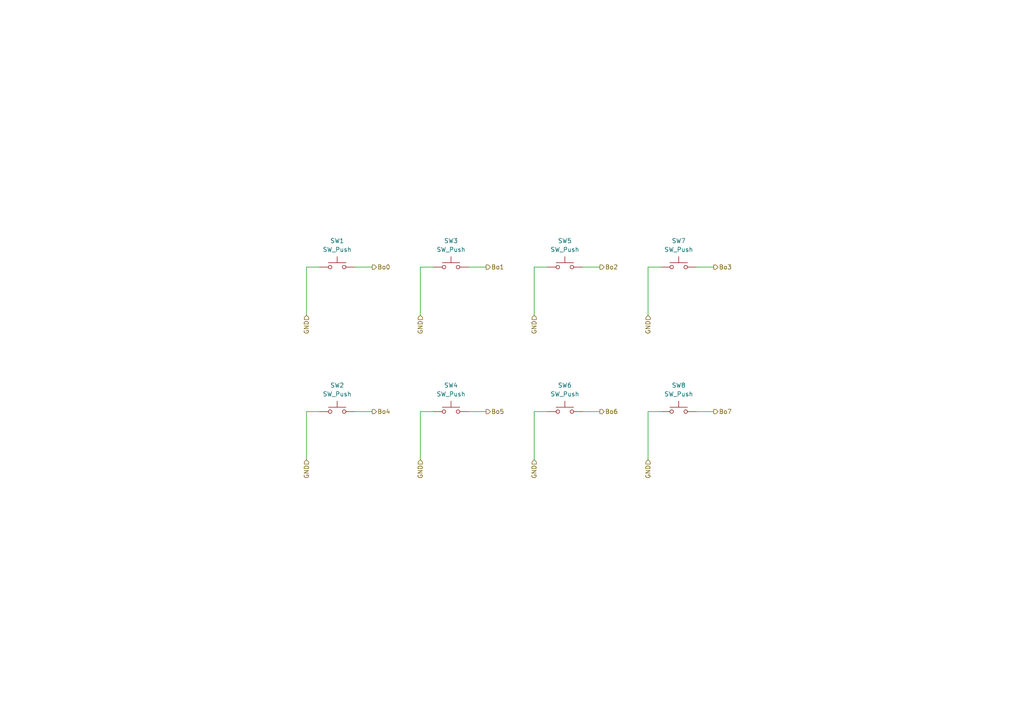
<source format=kicad_sch>
(kicad_sch (version 20250114) (generator "eeschema") (generator_version "9.0")
  (paper "A4")
  (title_block (title "Botones") (date "2025-04-20") (rev "1.0") (company "UTN FRC") (comment 1 "Minilab") (comment 2 "Tecnicas Digitales 1") (comment 3 "Grasso y Palombo"))
  (lib_symbols
    (symbol "Switch:SW_Push" (pin_numbers (hide yes)) (pin_names (offset 1.016) (hide yes))
      (property "Reference" "SW" (at 1.27 2.54 0))
      (property "Value" "SW_Push" (at 0 -1.524 0))
      (symbol "SW_Push_0_1"
        (circle (center -2.032 0) (radius 0.508))
        (polyline (pts (xy 0 1.27) (xy 0 3.048)))
        (circle (center 2.032 0) (radius 0.508))
        (polyline (pts (xy 2.54 1.27) (xy -2.54 1.27)))
        (pin passive line (at -5.08 0 0) (length 2.54) (name "1") (number "1"))
        (pin passive line (at 5.08 0 180) (length 2.54) (name "2") (number "2"))
      )
    )
  )
  (wire (pts (xy 125.73 77.47) (xy 121.92 77.47)))
  (wire (pts (xy 88.9 77.47) (xy 88.9 91.44)))
  (wire (pts (xy 92.71 119.38) (xy 88.9 119.38)))
  (wire (pts (xy 92.71 77.47) (xy 88.9 77.47)))
  (wire (pts (xy 102.87 119.38) (xy 107.95 119.38)))
  (wire (pts (xy 168.91 77.47) (xy 173.99 77.47)))
  (wire (pts (xy 121.92 77.47) (xy 121.92 91.44)))
  (wire (pts (xy 191.77 77.47) (xy 187.96 77.47)))
  (wire (pts (xy 135.89 119.38) (xy 140.97 119.38)))
  (wire (pts (xy 187.96 77.47) (xy 187.96 91.44)))
  (wire (pts (xy 201.93 119.38) (xy 207.01 119.38)))
  (wire (pts (xy 88.9 119.38) (xy 88.9 133.35)))
  (wire (pts (xy 135.89 77.47) (xy 140.97 77.47)))
  (wire (pts (xy 154.94 119.38) (xy 154.94 133.35)))
  (wire (pts (xy 168.91 119.38) (xy 173.99 119.38)))
  (wire (pts (xy 201.93 77.47) (xy 207.01 77.47)))
  (wire (pts (xy 187.96 119.38) (xy 187.96 133.35)))
  (wire (pts (xy 154.94 77.47) (xy 154.94 91.44)))
  (wire (pts (xy 191.77 119.38) (xy 187.96 119.38)))
  (wire (pts (xy 125.73 119.38) (xy 121.92 119.38)))
  (wire (pts (xy 158.75 77.47) (xy 154.94 77.47)))
  (wire (pts (xy 102.87 77.47) (xy 107.95 77.47)))
  (wire (pts (xy 121.92 119.38) (xy 121.92 133.35)))
  (wire (pts (xy 158.75 119.38) (xy 154.94 119.38)))
  (hierarchical_label "Bo0" (shape output) (at 107.95 77.47 0))
  (hierarchical_label "GND" (shape input) (at 187.96 133.35 270))
  (hierarchical_label "Bo1" (shape output) (at 140.97 77.47 0))
  (hierarchical_label "GND" (shape input) (at 154.94 133.35 270))
  (hierarchical_label "GND" (shape input) (at 187.96 91.44 270))
  (hierarchical_label "Bo2" (shape output) (at 173.99 77.47 0))
  (hierarchical_label "Bo6" (shape output) (at 173.99 119.38 0))
  (hierarchical_label "GND" (shape input) (at 121.92 91.44 270))
  (hierarchical_label "Bo3" (shape output) (at 207.01 77.47 0))
  (hierarchical_label "Bo5" (shape output) (at 140.97 119.38 0))
  (hierarchical_label "GND" (shape input) (at 154.94 91.44 270))
  (hierarchical_label "GND" (shape input) (at 88.9 133.35 270))
  (hierarchical_label "Bo7" (shape output) (at 207.01 119.38 0))
  (hierarchical_label "Bo4" (shape output) (at 107.95 119.38 0))
  (hierarchical_label "GND" (shape input) (at 88.9 91.44 270))
  (hierarchical_label "GND" (shape input) (at 121.92 133.35 270))
  (symbol (lib_id "Switch:SW_Push") (at 196.85 77.47 0) (unit 1)
    (property "Reference" "SW7" (at 196.85 69.85 0))
    (property "Value" "SW_Push" (at 196.85 72.39 0))
    (property "Footprint" "Button_Switch_THT:SW_Push_2P2T_Toggle_CK_PVA2xxH4xxxxxxV2" (effects (hide yes)))
    (property "Description" "Push button switch, generic, two pins" (effects (hide yes)))
  )
  (symbol (lib_id "Switch:SW_Push") (at 196.85 119.38 0) (unit 1)
    (property "Reference" "SW8" (at 196.85 111.76 0))
    (property "Value" "SW_Push" (at 196.85 114.3 0))
    (property "Footprint" "Button_Switch_THT:SW_Push_2P2T_Toggle_CK_PVA2xxH4xxxxxxV2" (effects (hide yes)))
    (property "Description" "Push button switch, generic, two pins" (effects (hide yes)))
  )
  (symbol (lib_id "Switch:SW_Push") (at 97.79 77.47 0) (unit 1)
    (property "Reference" "SW1" (at 97.79 69.85 0))
    (property "Value" "SW_Push" (at 97.79 72.39 0))
    (property "Footprint" "Button_Switch_THT:SW_Push_2P2T_Toggle_CK_PVA2xxH4xxxxxxV2" (effects (hide yes)))
    (property "Description" "Push button switch, generic, two pins" (effects (hide yes)))
  )
  (symbol (lib_id "Switch:SW_Push") (at 130.81 119.38 0) (unit 1)
    (property "Reference" "SW4" (at 130.81 111.76 0))
    (property "Value" "SW_Push" (at 130.81 114.3 0))
    (property "Footprint" "Button_Switch_THT:SW_Push_2P2T_Toggle_CK_PVA2xxH4xxxxxxV2" (effects (hide yes)))
    (property "Description" "Push button switch, generic, two pins" (effects (hide yes)))
  )
  (symbol (lib_id "Switch:SW_Push") (at 130.81 77.47 0) (unit 1)
    (property "Reference" "SW3" (at 130.81 69.85 0))
    (property "Value" "SW_Push" (at 130.81 72.39 0))
    (property "Footprint" "Button_Switch_THT:SW_Push_2P2T_Toggle_CK_PVA2xxH4xxxxxxV2" (effects (hide yes)))
    (property "Description" "Push button switch, generic, two pins" (effects (hide yes)))
  )
  (symbol (lib_id "Switch:SW_Push") (at 163.83 77.47 0) (unit 1)
    (property "Reference" "SW5" (at 163.83 69.85 0))
    (property "Value" "SW_Push" (at 163.83 72.39 0))
    (property "Footprint" "Button_Switch_THT:SW_Push_2P2T_Toggle_CK_PVA2xxH4xxxxxxV2" (effects (hide yes)))
    (property "Description" "Push button switch, generic, two pins" (effects (hide yes)))
  )
  (symbol (lib_id "Switch:SW_Push") (at 163.83 119.38 0) (unit 1)
    (property "Reference" "SW6" (at 163.83 111.76 0))
    (property "Value" "SW_Push" (at 163.83 114.3 0))
    (property "Footprint" "Button_Switch_THT:SW_Push_2P2T_Toggle_CK_PVA2xxH4xxxxxxV2" (effects (hide yes)))
    (property "Description" "Push button switch, generic, two pins" (effects (hide yes)))
  )
  (symbol (lib_id "Switch:SW_Push") (at 97.79 119.38 0) (unit 1)
    (property "Reference" "SW2" (at 97.79 111.76 0))
    (property "Value" "SW_Push" (at 97.79 114.3 0))
    (property "Footprint" "Button_Switch_THT:SW_Push_2P2T_Toggle_CK_PVA2xxH4xxxxxxV2" (effects (hide yes)))
    (property "Description" "Push button switch, generic, two pins" (effects (hide yes)))
  )
)
</source>
